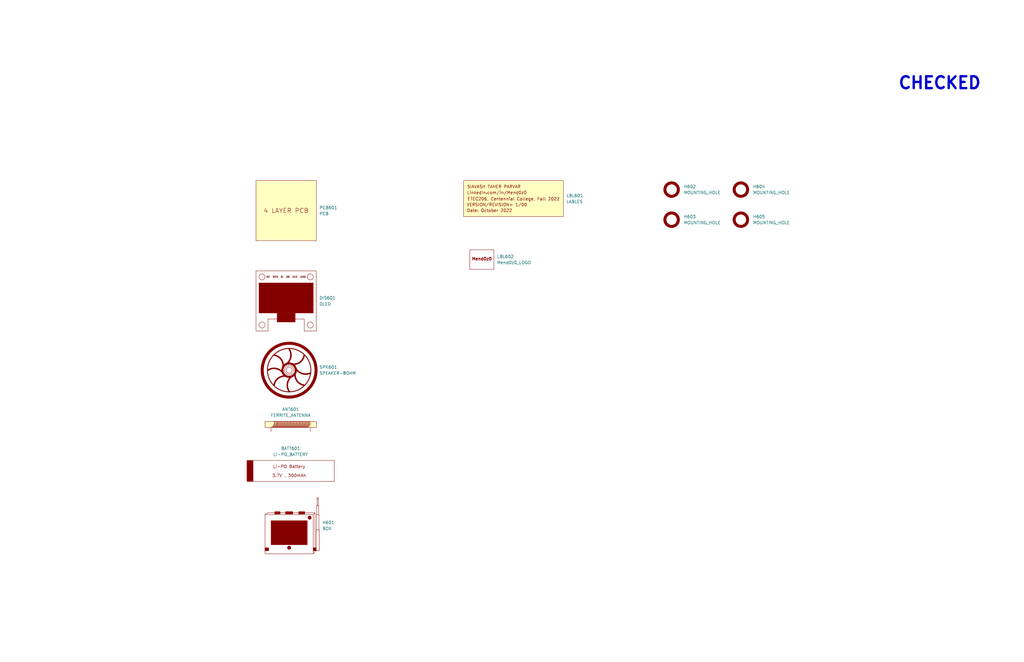
<source format=kicad_sch>
(kicad_sch (version 20211123) (generator eeschema)
  (paper "B")
  (title_block (title "Handy Radio") (date "2022-11-10") (rev "01") (company "Siavash Taher Parvar") (comment 1 "Siavash Taher Parvar") (comment 2 "Siavash Taher Parvar") (comment 3 "Siavash Taher Parvar") (comment 4 "N/A") (comment 5 "N/A") (comment 6 "N/A") (comment 8 "NO VARIANT") (comment 9 "N/A"))
  (lib_symbols
    (symbol "HandyRadio:BOX" (on_board no)
      (property "Reference" "H" (at 7.62 2.54 0))
      (property "Value" "BOX" (at 1.27 2.54 0))
      (symbol "BOX_0_0"
        (rectangle (start 0 -13.97) (end 1.524 -15.24) (fill (type outline)))
        (polyline (pts (xy 21.59 -6.35) (xy 22.86 -6.35)))
        (polyline (pts (xy 21.717 0) (xy 22.733 0)))
        (polyline (pts (xy 21.844 0) (xy 21.844 3.81)))
        (polyline (pts (xy 21.844 3.81) (xy 22.606 3.81)))
        (polyline (pts (xy 21.971 3.81) (xy 21.971 6.35)))
        (polyline (pts (xy 22.479 3.81) (xy 22.479 6.35)))
        (polyline (pts (xy 22.606 0) (xy 22.606 3.81)))
        (polyline (pts (xy 22.733 -6.35) (xy 22.733 0)))
        (polyline (pts (xy 20.32 -15.24) (xy 22.86 -15.24) (xy 22.86 -6.35)))
        (polyline (pts (xy 21.082 0.762) (xy 21.082 -15.748) (xy 20.32 -16.51)))
        (polyline (pts (xy 21.59 -6.35) (xy 21.59 -13.97) (xy 20.32 -13.97)))
        (polyline (pts (xy 21.717 -6.35) (xy 21.717 0) (xy 21.844 0)))
        (polyline (pts (xy 0 0) (xy 1.27 0.762) (xy 21.082 0.762) (xy 20.32 0)))
        (rectangle (start 0 0) (end 20.32 -16.51))
        (rectangle (start 2.54 -2.54) (end 17.78 -12.7) (fill (type outline)))
        (rectangle (start 4.064 0.254) (end 6.35 1.27) (fill (type outline)))
        (rectangle (start 8.636 1.27) (end 11.684 0.254) (fill (type outline)))
        (circle (center 10.16 -13.97) (radius 0.7184) (fill (type outline)))
        (rectangle (start 14.224 0.254) (end 16.764 1.27) (fill (type outline)))
        (circle (center 18.796 -1.27) (radius 0.7184) (fill (type outline)))
        (rectangle (start 20.32 -13.97) (end 21.59 -15.24) (fill (type outline)))
        (arc (start 21.844 6.35) (mid 22.7638 6.731) (end 21.844 7.112))
        (arc (start 21.844 7.112) (mid 22.225 6.1922) (end 22.606 7.112))
        (arc (start 22.606 7.112) (mid 21.6862 6.731) (end 22.606 6.35))
      )
    )
    (symbol "HandyRadio:FERRITE_ANTENNA" (on_board no)
      (property "Reference" "ANT" (at 8.89 6.35 0))
      (property "Value" "FERRITE_ANTENNA" (at 8.89 6.35 0))
      (symbol "FERRITE_ANTENNA_0_0"
        (polyline (pts (xy 2.54 -2.54) (xy 2.54 -4.318)))
        (polyline (pts (xy 19.05 -2.54) (xy 19.05 -4.318)))
        (polyline (pts (xy 0 0) (xy 21.59 0) (xy 21.59 -2.54) (xy 0 -2.54) (xy 0 0)) (fill (type background)))
        (arc (start 2.54 -2.54) (mid 6.2409 -2.803) (end 3.81 0))
        (arc (start 2.794 -2.54) (mid 6.4949 -2.803) (end 4.064 0))
        (arc (start 3.175 -2.54) (mid 6.8759 -2.803) (end 4.445 0))
        (arc (start 3.556 -2.54) (mid 7.2569 -2.803) (end 4.826 0))
        (arc (start 3.81 -2.54) (mid 7.5109 -2.803) (end 5.08 0))
        (arc (start 4.064 -2.54) (mid 7.7649 -2.803) (end 5.334 0))
        (arc (start 4.445 -2.54) (mid 8.1459 -2.803) (end 5.715 0))
        (arc (start 4.826 -2.54) (mid 8.4001 -2.4964) (end 5.842 0))
        (arc (start 5.08 -2.54) (mid 8.7809 -2.803) (end 6.35 0))
        (arc (start 5.334 -2.54) (mid 9.0349 -2.803) (end 6.604 0))
        (arc (start 5.715 -2.54) (mid 9.4159 -2.803) (end 6.985 0))
        (arc (start 6.096 -2.54) (mid 9.6701 -2.4964) (end 7.112 0))
        (arc (start 6.35 -2.54) (mid 10.0509 -2.803) (end 7.62 0))
        (arc (start 6.604 -2.54) (mid 10.3049 -2.803) (end 7.874 0))
        (arc (start 6.985 -2.54) (mid 10.6859 -2.803) (end 8.255 0))
        (arc (start 7.366 -2.54) (mid 10.9401 -2.4964) (end 8.382 0))
        (arc (start 7.62 -2.54) (mid 11.3209 -2.803) (end 8.89 0))
        (arc (start 7.874 -2.54) (mid 11.5749 -2.803) (end 9.144 0))
        (arc (start 8.255 -2.54) (mid 11.9559 -2.803) (end 9.525 0))
        (arc (start 8.636 -2.54) (mid 12.2101 -2.4964) (end 9.652 0))
        (arc (start 8.89 -2.54) (mid 12.5909 -2.803) (end 10.16 0))
        (arc (start 9.144 -2.54) (mid 12.8449 -2.803) (end 10.414 0))
        (arc (start 9.525 -2.54) (mid 13.2259 -2.803) (end 10.795 0))
        (arc (start 9.906 -2.54) (mid 13.4801 -2.4964) (end 10.922 0))
        (arc (start 10.16 -2.54) (mid 13.8609 -2.803) (end 11.43 0))
        (arc (start 10.414 -2.54) (mid 14.1149 -2.803) (end 11.684 0))
        (arc (start 10.795 -2.54) (mid 14.4959 -2.803) (end 12.065 0))
        (arc (start 11.176 -2.54) (mid 14.7501 -2.4964) (end 12.192 0))
        (arc (start 11.43 -2.54) (mid 15.1309 -2.803) (end 12.7 0))
        (arc (start 11.684 -2.54) (mid 15.3849 -2.803) (end 12.954 0))
        (arc (start 12.065 -2.54) (mid 15.7659 -2.803) (end 13.335 0))
        (arc (start 12.446 -2.54) (mid 16.0201 -2.4964) (end 13.462 0))
        (arc (start 12.7 -2.54) (mid 16.4009 -2.803) (end 13.97 0))
        (arc (start 12.954 -2.54) (mid 16.6549 -2.803) (end 14.224 0))
        (arc (start 13.335 -2.54) (mid 17.0359 -2.803) (end 14.605 0))
        (arc (start 13.716 -2.54) (mid 17.2901 -2.4964) (end 14.732 0))
        (arc (start 13.97 -2.54) (mid 17.6709 -2.803) (end 15.24 0))
        (arc (start 14.224 -2.54) (mid 17.9249 -2.803) (end 15.494 0))
        (arc (start 14.605 -2.54) (mid 18.3059 -2.803) (end 15.875 0))
        (arc (start 14.986 -2.54) (mid 18.5601 -2.4964) (end 16.002 0))
        (arc (start 15.24 -2.54) (mid 18.9409 -2.803) (end 16.51 0))
        (arc (start 15.494 -2.54) (mid 19.1949 -2.803) (end 16.764 0))
        (arc (start 15.875 -2.54) (mid 19.5759 -2.803) (end 17.145 0))
        (arc (start 16.256 -2.54) (mid 19.8301 -2.4964) (end 17.272 0))
        (arc (start 16.51 -2.54) (mid 20.2109 -2.803) (end 17.78 0))
        (arc (start 16.764 -2.54) (mid 20.4649 -2.803) (end 18.034 0))
        (arc (start 17.145 -2.54) (mid 20.8459 -2.803) (end 18.415 0))
        (arc (start 17.526 -2.54) (mid 21.1001 -2.4964) (end 18.542 0))
        (arc (start 17.78 -2.54) (mid 21.4809 -2.803) (end 19.05 0))
      )
    )
    (symbol "HandyRadio:LABLES" (in_bom no) (on_board no)
      (property "Reference" "LBL" (at 2.54 3.81 0))
      (property "Value" "LABLES" (at 3.81 1.27 0))
      (symbol "LABLES_0_0"
        (rectangle (start 0 0) (end 41.91 -15.24) (fill (type background)))
        (text "Date: October 2022" (at 10.8524 -12.6132 0) (effects (font (size 1.27 1.27))))
        (text "ETEC206, Centennial College, Fall 2022" (at 20.9736 -7.7383 0) (effects (font (size 1.27 1.27))))
        (text "LinkedIn.com/in/Mend0z0" (at 13.97 -5.08 0) (effects (font (size 1.27 1.27))))
        (text "SIAVASH TAHER PARVAR" (at 12.7 -2.54 0) (effects (font (size 1.27 1.27))))
        (text "VERSION/REVISION= 1/00" (at 13.97 -10.16 0) (effects (font (size 1.27 1.27))))
      )
    )
    (symbol "HandyRadio:Li-PO_BATTERY" (on_board no)
      (property "Reference" "BATT" (at 6.35 11.43 0))
      (property "Value" "Li-PO_BATTERY" (at 6.35 13.97 0))
      (symbol "Li-PO_BATTERY_0_0"
        (polyline (pts (xy 0 0) (xy 2.54 0) (xy 2.54 -8.89) (xy 0 -8.89) (xy 0 0)) (fill (type outline)))
        (rectangle (start 2.54 0) (end 36.83 -8.89))
        (text "3.7V , 300mAh" (at 17.78 -6.35 0) (effects (font (size 1.27 1.27))))
        (text "Li-PO Battery" (at 17.78 -2.54 0) (effects (font (size 1.27 1.27))))
      )
    )
    (symbol "HandyRadio:MOUNTING_HOLE" (in_bom no)
      (property "Reference" "H" (at 7.62 5.08 0))
      (property "Value" "MOUNTING_HOLE" (at -2.54 5.08 0))
      (symbol "MOUNTING_HOLE_0_0"
        (circle (center 0 0) (radius 2.8398) (stroke (width 1.27)))
      )
    )
    (symbol "HandyRadio:Mend0z0_LOGO" (in_bom no)
      (property "Reference" "LBL" (at 3.175 2.54 0))
      (property "Value" "Mend0z0_LOGO" (at 6.985 0.635 0))
      (symbol "Mend0z0_LOGO_0_0"
        (text "Mend0z0" (at 5.08 -3.81 0) (effects (font (size 1.27 1.27) bold)))
      )
      (symbol "Mend0z0_LOGO_0_1"
        (rectangle (start 0 0) (end 10.16 -8.255))
      )
    )
    (symbol "HandyRadio:OLED"
      (property "Reference" "DIS" (at 1.27 2.54 0))
      (property "Value" "OLED" (at 2.54 1.27 0))
      (symbol "OLED_0_0"
        (polyline (pts (xy 8.89 -17.78) (xy 8.89 -21.59) (xy 16.51 -21.59) (xy 16.51 -17.78)) (fill (type outline)))
        (text "DC  RES  DI  D0  VCC  GND" (at 12.7 -2.54 0) (effects (font (size 0.762 0.762))))
      )
      (symbol "OLED_0_1"
        (polyline (pts (xy 0 0) (xy 25.4 0) (xy 25.4 -25.4) (xy 20.32 -25.4) (xy 20.32 -20.32) (xy 20.32 -20.32) (xy 5.08 -20.32) (xy 5.08 -25.4) (xy 0 -25.4) (xy 0 0)))
        (rectangle (start 1.27 -5.08) (end 24.13 -17.78) (fill (type outline)))
        (circle (center 2.54 -22.86) (radius 1.27))
        (circle (center 2.54 -2.54) (radius 1.27))
        (circle (center 22.86 -22.86) (radius 1.27))
        (circle (center 22.86 -2.54) (radius 1.27))
      )
    )
    (symbol "HandyRadio:PCB" (on_board no)
      (property "Reference" "PCB" (at 8.89 1.27 0))
      (property "Value" "PCB" (at 1.27 2.54 0))
      (symbol "PCB_0_0"
        (rectangle (start 0 0) (end 25.4 -25.4) (fill (type background)))
        (text "4 LAYER PCB" (at 12.7 -12.7 0) (effects (font (size 1.905 1.905))))
      )
    )
    (symbol "HandyRadio:SPEAKER-8OHM" (on_board no)
      (property "Reference" "SPK?" (at 2.54 10.16 0))
      (property "Value" "SPEAKER-8OHM" (at 6.35 2.54 0))
      (symbol "SPEAKER-8OHM_0_0"
        (arc (start 10.16 -13.97) (mid 8.5211 -5.6541) (end 3.81 -12.7) (stroke (width 0.635)))
        (arc (start 10.16 -11.43) (mid 14.3967 -4.2838) (end 6.35 -6.35) (stroke (width 0.635)))
        (arc (start 11.43 -15.24) (mid 4.2855 -11.0056) (end 6.35 -19.05) (stroke (width 0.635)))
        (arc (start 11.43 -10.16) (mid 19.7481 -8.5216) (end 12.7 -3.81) (stroke (width 0.635)))
        (circle (center 12.7 -12.7) (radius 1.27))
        (circle (center 12.7 -12.7) (radius 1.9287))
        (circle (center 12.7 -12.7) (radius 2.8398) (stroke (width 0.889)))
        (circle (center 12.7 -12.7) (radius 9.1581) (stroke (width 0.381)))
        (circle (center 12.7 -12.7) (radius 11.3592) (stroke (width 1.27)))
        (arc (start 13.97 -15.24) (mid 5.6593 -16.8799) (end 12.7 -21.59) (stroke (width 0.635)))
        (arc (start 13.97 -10.16) (mid 21.1183 -14.3994) (end 19.05 -6.35) (stroke (width 0.635)))
        (arc (start 15.24 -13.97) (mid 10.9991 -21.1195) (end 19.05 -19.05) (stroke (width 0.635)))
        (arc (start 15.24 -11.43) (mid 15.3449 -20.3752) (end 21.59 -13.97) (stroke (width 0.635)))
      )
    )
  )
  (text "CHECKED" (at 378.46 38.1 0) (effects (font (size 5 5) (thickness 1) bold) (justify left bottom)))
  (symbol (lib_id "HandyRadio:LABLES") (at 195.58 76.2 0) (unit 1) (in_bom no) (on_board no)
    (property "Reference" "LBL601" (at 238.76 82.5499 0) (effects (justify left)))
    (property "Value" "LABLES" (at 238.76 85.0899 0) (effects (justify left)))
  )
  (symbol (lib_id "HandyRadio:Li-PO_BATTERY") (at 104.14 194.31 0) (unit 1)
    (property "Reference" "BATT601" (at 122.555 189.23 0))
    (property "Value" "Li-PO_BATTERY" (at 122.555 191.77 0))
    (property "Datasheet" "https://www.amazon.ca/Fytoo-300mah-Li-Battery-Control-Battery/dp/B08MW2YGS2/ref=sr_1_1_sspa?keywords=3+7v+300mah&qid=1665512743&qu=eyJxc2MiOiIyLjU3IiwicXNhIjoiMi4zMSIsInFzcCI6IjIuMzIifQ%3D%3D&sprefix=3.7v%2Caps%2C87&sr=8-1-spons&psc=1&smid=AQ7920MIUJ04Q" (effects hide))
    (property "Description" "Li-PO battery, 3.7V, 300mA" (effects hide))
  )
  (symbol (lib_id "HandyRadio:MOUNTING_HOLE") (at 312.42 92.71 0) (unit 1) (in_bom no)
    (property "Reference" "H605" (at 317.5 91.4399 0) (effects (justify left)))
    (property "Value" "MOUNTING_HOLE" (at 317.5 93.9799 0) (effects (justify left)))
    (property "Footprint" "_HW_HandyRadio_Footprint:MountingHole_3.2mm_M3" (effects hide))
    (property "Description" "M3 MOUNTING HOLE_WITHOUT NET" (effects hide))
  )
  (symbol (lib_id "HandyRadio:MOUNTING_HOLE") (at 312.42 80.01 0) (unit 1) (in_bom no)
    (property "Reference" "H604" (at 317.5 78.7399 0) (effects (justify left)))
    (property "Value" "MOUNTING_HOLE" (at 317.5 81.2799 0) (effects (justify left)))
    (property "Footprint" "_HW_HandyRadio_Footprint:MountingHole_3.2mm_M3" (effects hide))
    (property "Description" "M3 MOUNTING HOLE_WITHOUT NET" (effects hide))
  )
  (symbol (lib_id "HandyRadio:MOUNTING_HOLE") (at 283.21 80.01 0) (unit 1) (in_bom no)
    (property "Reference" "H602" (at 288.29 78.7399 0) (effects (justify left)))
    (property "Value" "MOUNTING_HOLE" (at 288.29 81.2799 0) (effects (justify left)))
    (property "Footprint" "_HW_HandyRadio_Footprint:MountingHole_3.2mm_M3" (effects hide))
    (property "Description" "M3 MOUNTING HOLE_WITHOUT NET" (effects hide))
  )
  (symbol (lib_id "HandyRadio:BOX") (at 111.76 217.17 0) (unit 1) (on_board no)
    (property "Reference" "H601" (at 135.89 220.52 0) (effects (justify left)))
    (property "Value" "BOX" (at 135.89 223.06 0) (effects (justify left)))
    (property "Description" "3D-BOX THAT WILL DESIGN WITH FREECAD" (effects hide))
  )
  (symbol (lib_id "HandyRadio:MOUNTING_HOLE") (at 283.21 92.71 0) (unit 1) (in_bom no)
    (property "Reference" "H603" (at 288.29 91.4399 0) (effects (justify left)))
    (property "Value" "MOUNTING_HOLE" (at 288.29 93.9799 0) (effects (justify left)))
    (property "Footprint" "_HW_HandyRadio_Footprint:MountingHole_3.2mm_M3" (effects hide))
    (property "Description" "M3 MOUNTING HOLE_WITHOUT NET" (effects hide))
  )
  (symbol (lib_id "HandyRadio:FERRITE_ANTENNA") (at 111.76 177.8 0) (unit 1)
    (property "Reference" "ANT601" (at 122.555 172.72 0))
    (property "Value" "FERRITE_ANTENNA" (at 122.555 175.26 0))
    (property "Description" "DIA = 3MM, LENGTH = 25MM, TURNS = 110, ABOUT 450 uH" (effects hide))
  )
  (symbol (lib_id "HandyRadio:OLED") (at 107.95 114.3 0) (unit 1)
    (property "Reference" "DIS601" (at 134.62 125.7299 0) (effects (justify left)))
    (property "Value" "OLED" (at 134.62 128.2699 0) (effects (justify left)))
    (property "Footprint" "_HW_HandyRadio_Footprint:OLED 1.3INCH" (effects hide))
    (property "Datasheet" "https://media.digikey.com/pdf/Data%20Sheets/Adafruit%20PDFs/938_Web.pdf" (effects hide))
    (property "Description" "Graphic LCD Display Module Passive White OLED - Passive Matrix I²C, SPI 1.3\" (33.02mm) 128 x 64" (effects hide))
  )
  (symbol (lib_id "HandyRadio:PCB") (at 107.95 76.2 0) (unit 1) (on_board no)
    (property "Reference" "PCB601" (at 134.62 87.6299 0) (effects (justify left)))
    (property "Value" "PCB" (at 134.62 90.1699 0) (effects (justify left)))
  )
  (symbol (lib_id "HandyRadio:SPEAKER-8OHM") (at 109.22 143.51 0) (unit 1) (on_board no)
    (property "Reference" "SPK601" (at 134.62 154.9399 0) (effects (justify left)))
    (property "Value" "SPEAKER-8OHM" (at 134.62 157.4799 0) (effects (justify left)))
    (property "Datasheet" "https://www.cuidevices.com/product/resource/cls0201ma.pdf" (effects hide))
    (property "Description" "SPEAKER 8OHM .5W 20MM ROUND" (effects hide))
  )
  (symbol (lib_id "HandyRadio:Mend0z0_LOGO") (at 198.12 105.41 0) (unit 1) (in_bom no)
    (property "Reference" "LBL602" (at 209.55 108.2674 0) (effects (justify left)))
    (property "Value" "Mend0z0_LOGO" (at 209.55 110.8074 0) (effects (justify left)))
    (property "Footprint" "_HW_HandyRadio_Footprint:Logo" (effects hide))
  )
)
</source>
